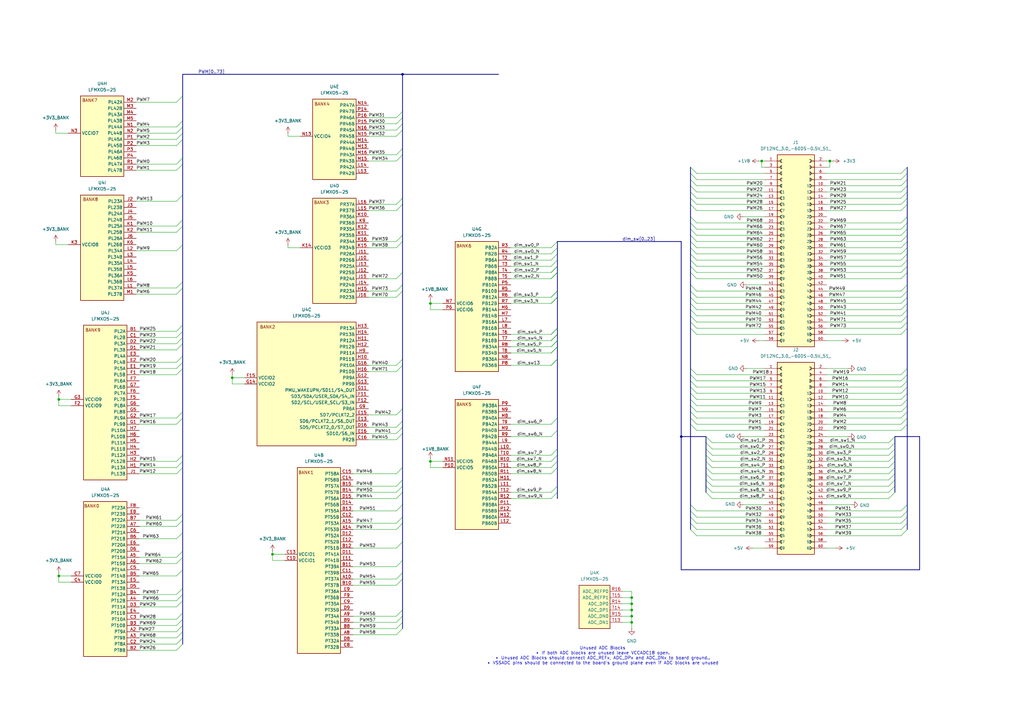
<source format=kicad_sch>
(kicad_sch (version 20231120) (generator "eeschema") (generator_version "8.0")
  (paper "A3")
  (junction (at 259.08 255.27))
  (junction (at 259.08 250.19))
  (junction (at 24.13 236.22))
  (junction (at 340.36 66.04))
  (junction (at 176.53 189.23))
  (junction (at 24.13 163.83))
  (junction (at 259.08 245.11))
  (junction (at 259.08 252.73))
  (junction (at 111.76 227.33))
  (junction (at 259.08 247.65))
  (junction (at 312.42 66.04))
  (junction (at 165.1 30.48))
  (junction (at 279.4 179.07))
  (junction (at 176.53 124.46))
  (junction (at 95.25 154.94))
  (bus_entry (at 228.6 119.38) (size -2.54 2.54))
  (bus_entry (at 74.93 251.46) (size -2.54 2.54))
  (bus_entry (at 228.6 137.16) (size -2.54 2.54))
  (bus_entry (at 228.6 139.7) (size -2.54 2.54))
  (bus_entry (at 165.1 196.85) (size -2.54 2.54))
  (bus_entry (at 369.57 99.06) (size 2.54 -2.54))
  (bus_entry (at 283.21 88.9) (size 2.54 2.54))
  (bus_entry (at 283.21 81.28) (size 2.54 2.54))
  (bus_entry (at 74.93 151.13) (size -2.54 2.54))
  (bus_entry (at 228.6 189.23) (size -2.54 2.54))
  (bus_entry (at 165.1 191.77) (size -2.54 2.54))
  (bus_entry (at 228.6 106.68) (size -2.54 2.54))
  (bus_entry (at 228.6 201.93) (size -2.54 2.54))
  (bus_entry (at 364.49 184.15) (size 2.54 -2.54))
  (bus_entry (at 162.56 255.27) (size 2.54 -2.54))
  (bus_entry (at 165.1 229.87) (size -2.54 2.54))
  (bus_entry (at 364.49 181.61) (size 2.54 -2.54))
  (bus_entry (at 74.93 168.91) (size -2.54 2.54))
  (bus_entry (at 369.57 119.38) (size 2.54 -2.54))
  (bus_entry (at 283.21 116.84) (size 2.54 2.54))
  (bus_entry (at 165.1 177.8) (size -2.54 2.54))
  (bus_entry (at 165.1 119.38) (size -2.54 2.54))
  (bus_entry (at 369.57 127) (size 2.54 -2.54))
  (bus_entry (at 283.21 163.83) (size 2.54 2.54))
  (bus_entry (at 369.57 129.54) (size 2.54 -2.54))
  (bus_entry (at 72.39 261.62) (size 2.54 -2.54))
  (bus_entry (at 165.1 214.63) (size -2.54 2.54))
  (bus_entry (at 74.93 118.11) (size -2.54 2.54))
  (bus_entry (at 369.57 83.82) (size 2.54 -2.54))
  (bus_entry (at 283.21 158.75) (size 2.54 2.54))
  (bus_entry (at 283.21 207.01) (size 2.54 2.54))
  (bus_entry (at 72.39 220.98) (size 2.54 -2.54))
  (bus_entry (at 74.93 138.43) (size -2.54 2.54))
  (bus_entry (at 165.1 45.72) (size -2.54 2.54))
  (bus_entry (at 74.93 146.05) (size -2.54 2.54))
  (bus_entry (at 165.1 237.49) (size -2.54 2.54))
  (bus_entry (at 74.93 191.77) (size -2.54 2.54))
  (bus_entry (at 364.49 199.39) (size 2.54 -2.54))
  (bus_entry (at 283.21 209.55) (size 2.54 2.54))
  (bus_entry (at 283.21 124.46) (size 2.54 2.54))
  (bus_entry (at 364.49 201.93) (size 2.54 -2.54))
  (bus_entry (at 228.6 137.16) (size -2.54 2.54))
  (bus_entry (at 369.57 214.63) (size 2.54 -2.54))
  (bus_entry (at 72.39 243.84) (size 2.54 -2.54))
  (bus_entry (at 228.6 99.06) (size -2.54 2.54))
  (bus_entry (at 228.6 121.92) (size -2.54 2.54))
  (bus_entry (at 283.21 109.22) (size 2.54 2.54))
  (bus_entry (at 74.93 189.23) (size -2.54 2.54))
  (bus_entry (at 283.21 73.66) (size 2.54 2.54))
  (bus_entry (at 369.57 121.92) (size 2.54 -2.54))
  (bus_entry (at 369.57 153.67) (size 2.54 -2.54))
  (bus_entry (at 72.39 228.6) (size 2.54 -2.54))
  (bus_entry (at 228.6 191.77) (size -2.54 2.54))
  (bus_entry (at 74.93 256.54) (size -2.54 2.54))
  (bus_entry (at 369.57 114.3) (size 2.54 -2.54))
  (bus_entry (at 165.1 83.82) (size -2.54 2.54))
  (bus_entry (at 369.57 73.66) (size 2.54 -2.54))
  (bus_entry (at 228.6 119.38) (size -2.54 2.54))
  (bus_entry (at 283.21 78.74) (size 2.54 2.54))
  (bus_entry (at 283.21 111.76) (size 2.54 2.54))
  (bus_entry (at 165.1 222.25) (size -2.54 2.54))
  (bus_entry (at 72.39 231.14) (size 2.54 -2.54))
  (bus_entry (at 228.6 199.39) (size -2.54 2.54))
  (bus_entry (at 74.93 246.38) (size -2.54 2.54))
  (bus_entry (at 228.6 142.24) (size -2.54 2.54))
  (bus_entry (at 165.1 175.26) (size -2.54 2.54))
  (bus_entry (at 283.21 161.29) (size 2.54 2.54))
  (bus_entry (at 74.93 52.07) (size -2.54 2.54))
  (bus_entry (at 228.6 186.69) (size -2.54 2.54))
  (bus_entry (at 162.56 252.73) (size 2.54 -2.54))
  (bus_entry (at 165.1 212.09) (size -2.54 2.54))
  (bus_entry (at 283.21 173.99) (size 2.54 2.54))
  (bus_entry (at 289.56 196.85) (size 2.54 2.54))
  (bus_entry (at 369.57 81.28) (size 2.54 -2.54))
  (bus_entry (at 289.56 199.39) (size 2.54 2.54))
  (bus_entry (at 74.93 140.97) (size -2.54 2.54))
  (bus_entry (at 162.56 257.81) (size 2.54 -2.54))
  (bus_entry (at 283.21 71.12) (size 2.54 2.54))
  (bus_entry (at 369.57 156.21) (size 2.54 -2.54))
  (bus_entry (at 228.6 147.32) (size -2.54 2.54))
  (bus_entry (at 289.56 179.07) (size 2.54 2.54))
  (bus_entry (at 74.93 261.62) (size -2.54 2.54))
  (bus_entry (at 165.1 53.34) (size -2.54 2.54))
  (bus_entry (at 289.56 194.31) (size 2.54 2.54))
  (bus_entry (at 364.49 186.69) (size 2.54 -2.54))
  (bus_entry (at 369.57 161.29) (size 2.54 -2.54))
  (bus_entry (at 74.93 115.57) (size -2.54 2.54))
  (bus_entry (at 283.21 68.58) (size 2.54 2.54))
  (bus_entry (at 369.57 217.17) (size 2.54 -2.54))
  (bus_entry (at 74.93 92.71) (size -2.54 2.54))
  (bus_entry (at 369.57 166.37) (size 2.54 -2.54))
  (bus_entry (at 165.1 116.84) (size -2.54 2.54))
  (bus_entry (at 369.57 212.09) (size 2.54 -2.54))
  (bus_entry (at 228.6 142.24) (size -2.54 2.54))
  (bus_entry (at 228.6 104.14) (size -2.54 2.54))
  (bus_entry (at 283.21 106.68) (size 2.54 2.54))
  (bus_entry (at 162.56 101.6) (size 2.54 -2.54))
  (bus_entry (at 289.56 181.61) (size 2.54 2.54))
  (bus_entry (at 228.6 111.76) (size -2.54 2.54))
  (bus_entry (at 283.21 104.14) (size 2.54 2.54))
  (bus_entry (at 74.93 80.01) (size -2.54 2.54))
  (bus_entry (at 165.1 147.32) (size -2.54 2.54))
  (bus_entry (at 283.21 153.67) (size 2.54 2.54))
  (bus_entry (at 165.1 199.39) (size -2.54 2.54))
  (bus_entry (at 369.57 209.55) (size 2.54 -2.54))
  (bus_entry (at 289.56 184.15) (size 2.54 2.54))
  (bus_entry (at 283.21 156.21) (size 2.54 2.54))
  (bus_entry (at 283.21 129.54) (size 2.54 2.54))
  (bus_entry (at 369.57 106.68) (size 2.54 -2.54))
  (bus_entry (at 289.56 201.93) (size 2.54 2.54))
  (bus_entry (at 165.1 96.52) (size -2.54 2.54))
  (bus_entry (at 283.21 121.92) (size 2.54 2.54))
  (bus_entry (at 228.6 111.76) (size -2.54 2.54))
  (bus_entry (at 369.57 96.52) (size 2.54 -2.54))
  (bus_entry (at 162.56 260.35) (size 2.54 -2.54))
  (bus_entry (at 283.21 83.82) (size 2.54 2.54))
  (bus_entry (at 74.93 90.17) (size -2.54 2.54))
  (bus_entry (at 364.49 194.31) (size 2.54 -2.54))
  (bus_entry (at 369.57 219.71) (size 2.54 -2.54))
  (bus_entry (at 369.57 134.62) (size 2.54 -2.54))
  (bus_entry (at 165.1 201.93) (size -2.54 2.54))
  (bus_entry (at 364.49 191.77) (size 2.54 -2.54))
  (bus_entry (at 228.6 176.53) (size -2.54 2.54))
  (bus_entry (at 228.6 134.62) (size -2.54 2.54))
  (bus_entry (at 369.57 104.14) (size 2.54 -2.54))
  (bus_entry (at 369.57 93.98) (size 2.54 -2.54))
  (bus_entry (at 369.57 168.91) (size 2.54 -2.54))
  (bus_entry (at 369.57 109.22) (size 2.54 -2.54))
  (bus_entry (at 74.93 57.15) (size -2.54 2.54))
  (bus_entry (at 283.21 217.17) (size 2.54 2.54))
  (bus_entry (at 369.57 76.2) (size 2.54 -2.54))
  (bus_entry (at 283.21 212.09) (size 2.54 2.54))
  (bus_entry (at 369.57 124.46) (size 2.54 -2.54))
  (bus_entry (at 369.57 101.6) (size 2.54 -2.54))
  (bus_entry (at 74.93 54.61) (size -2.54 2.54))
  (bus_entry (at 283.21 93.98) (size 2.54 2.54))
  (bus_entry (at 364.49 204.47) (size 2.54 -2.54))
  (bus_entry (at 74.93 264.16) (size -2.54 2.54))
  (bus_entry (at 72.39 213.36) (size 2.54 -2.54))
  (bus_entry (at 369.57 163.83) (size 2.54 -2.54))
  (bus_entry (at 165.1 149.86) (size -2.54 2.54))
  (bus_entry (at 364.49 196.85) (size 2.54 -2.54))
  (bus_entry (at 228.6 139.7) (size -2.54 2.54))
  (bus_entry (at 228.6 109.22) (size -2.54 2.54))
  (bus_entry (at 283.21 151.13) (size 2.54 2.54))
  (bus_entry (at 165.1 60.96) (size -2.54 2.54))
  (bus_entry (at 165.1 234.95) (size -2.54 2.54))
  (bus_entry (at 74.93 67.31) (size -2.54 2.54))
  (bus_entry (at 228.6 109.22) (size -2.54 2.54))
  (bus_entry (at 165.1 172.72) (size -2.54 2.54))
  (bus_entry (at 72.39 256.54) (size 2.54 -2.54))
  (bus_entry (at 283.21 171.45) (size 2.54 2.54))
  (bus_entry (at 283.21 127) (size 2.54 2.54))
  (bus_entry (at 369.57 71.12) (size 2.54 -2.54))
  (bus_entry (at 283.21 132.08) (size 2.54 2.54))
  (bus_entry (at 228.6 147.32) (size -2.54 2.54))
  (bus_entry (at 369.57 176.53) (size 2.54 -2.54))
  (bus_entry (at 74.93 133.35) (size -2.54 2.54))
  (bus_entry (at 369.57 171.45) (size 2.54 -2.54))
  (bus_entry (at 72.39 52.07) (size 2.54 -2.54))
  (bus_entry (at 165.1 50.8) (size -2.54 2.54))
  (bus_entry (at 74.93 100.33) (size -2.54 2.54))
  (bus_entry (at 74.93 148.59) (size -2.54 2.54))
  (bus_entry (at 228.6 121.92) (size -2.54 2.54))
  (bus_entry (at 74.93 135.89) (size -2.54 2.54))
  (bus_entry (at 364.49 189.23) (size 2.54 -2.54))
  (bus_entry (at 369.57 173.99) (size 2.54 -2.54))
  (bus_entry (at 289.56 191.77) (size 2.54 2.54))
  (bus_entry (at 283.21 119.38) (size 2.54 2.54))
  (bus_entry (at 165.1 81.28) (size -2.54 2.54))
  (bus_entry (at 283.21 214.63) (size 2.54 2.54))
  (bus_entry (at 289.56 189.23) (size 2.54 2.54))
  (bus_entry (at 74.93 39.37) (size -2.54 2.54))
  (bus_entry (at 283.21 96.52) (size 2.54 2.54))
  (bus_entry (at 72.39 236.22) (size 2.54 -2.54))
  (bus_entry (at 165.1 48.26) (size -2.54 2.54))
  (bus_entry (at 369.57 111.76) (size 2.54 -2.54))
  (bus_entry (at 283.21 76.2) (size 2.54 2.54))
  (bus_entry (at 165.1 111.76) (size -2.54 2.54))
  (bus_entry (at 165.1 63.5) (size -2.54 2.54))
  (bus_entry (at 369.57 132.08) (size 2.54 -2.54))
  (bus_entry (at 289.56 186.69) (size 2.54 2.54))
  (bus_entry (at 228.6 101.6) (size -2.54 2.54))
  (bus_entry (at 283.21 134.62) (size 2.54 2.54))
  (bus_entry (at 283.21 91.44) (size 2.54 2.54))
  (bus_entry (at 283.21 101.6) (size 2.54 2.54))
  (bus_entry (at 228.6 171.45) (size -2.54 2.54))
  (bus_entry (at 165.1 207.01) (size -2.54 2.54))
  (bus_entry (at 283.21 166.37) (size 2.54 2.54))
  (bus_entry (at 162.56 170.18) (size 2.54 -2.54))
  (bus_entry (at 74.93 171.45) (size -2.54 2.54))
  (bus_entry (at 369.57 78.74) (size 2.54 -2.54))
  (bus_entry (at 74.93 186.69) (size -2.54 2.54))
  (bus_entry (at 283.21 99.06) (size 2.54 2.54))
  (bus_entry (at 72.39 215.9) (size 2.54 -2.54))
  (bus_entry (at 369.57 86.36) (size 2.54 -2.54))
  (bus_entry (at 369.57 137.16) (size 2.54 -2.54))
  (bus_entry (at 74.93 64.77) (size -2.54 2.54))
  (bus_entry (at 283.21 168.91) (size 2.54 2.54))
  (bus_entry (at 369.57 91.44) (size 2.54 -2.54))
  (bus_entry (at 228.6 184.15) (size -2.54 2.54))
  (bus_entry (at 72.39 246.38) (size 2.54 -2.54))
  (bus_entry (at 369.57 158.75) (size 2.54 -2.54))
  (bus_entry (at 228.6 134.62) (size -2.54 2.54))
  (bus (pts (xy 165.1 53.34) (xy 165.1 60.96)))
  (bus (pts (xy 372.11 68.58) (xy 372.11 71.12)))
  (bus (pts (xy 228.6 189.23) (xy 228.6 191.77)))
  (wire (pts (xy 144.78 252.73) (xy 162.56 252.73)))
  (wire (pts (xy 24.13 166.37) (xy 24.13 163.83)))
  (wire (pts (xy 55.88 67.31) (xy 72.39 67.31)))
  (wire (pts (xy 292.1 201.93) (xy 313.69 201.93)))
  (wire (pts (xy 259.08 252.73) (xy 259.08 255.27)))
  (wire (pts (xy 339.09 68.58) (xy 340.36 68.58)))
  (bus (pts (xy 165.1 147.32) (xy 165.1 149.86)))
  (wire (pts (xy 162.56 224.79) (xy 144.78 224.79)))
  (wire (pts (xy 339.09 194.31) (xy 364.49 194.31)))
  (bus (pts (xy 372.11 214.63) (xy 372.11 217.17)))
  (wire (pts (xy 162.56 99.06) (xy 151.13 99.06)))
  (bus (pts (xy 289.56 191.77) (xy 289.56 194.31)))
  (wire (pts (xy 95.25 157.48) (xy 95.25 154.94)))
  (bus (pts (xy 283.21 96.52) (xy 283.21 99.06)))
  (bus (pts (xy 367.03 196.85) (xy 367.03 199.39)))
  (wire (pts (xy 285.75 73.66) (xy 313.69 73.66)))
  (bus (pts (xy 74.93 52.07) (xy 74.93 54.61)))
  (bus (pts (xy 74.93 168.91) (xy 74.93 171.45)))
  (wire (pts (xy 339.09 101.6) (xy 369.57 101.6)))
  (wire (pts (xy 72.39 120.65) (xy 55.88 120.65)))
  (wire (pts (xy 285.75 96.52) (xy 313.69 96.52)))
  (wire (pts (xy 209.55 204.47) (xy 226.06 204.47)))
  (wire (pts (xy 111.76 229.87) (xy 111.76 227.33)))
  (wire (pts (xy 22.86 54.61) (xy 27.94 54.61)))
  (wire (pts (xy 339.09 224.79) (xy 342.9 224.79)))
  (wire (pts (xy 292.1 194.31) (xy 313.69 194.31)))
  (wire (pts (xy 285.75 161.29) (xy 313.69 161.29)))
  (bus (pts (xy 228.6 121.92) (xy 228.6 134.62)))
  (bus (pts (xy 74.93 140.97) (xy 74.93 146.05)))
  (wire (pts (xy 313.69 68.58) (xy 312.42 68.58)))
  (wire (pts (xy 292.1 204.47) (xy 313.69 204.47)))
  (wire (pts (xy 72.39 118.11) (xy 55.88 118.11)))
  (wire (pts (xy 292.1 184.15) (xy 313.69 184.15)))
  (wire (pts (xy 339.09 173.99) (xy 369.57 173.99)))
  (bus (pts (xy 283.21 153.67) (xy 283.21 156.21)))
  (wire (pts (xy 285.75 76.2) (xy 313.69 76.2)))
  (bus (pts (xy 74.93 115.57) (xy 74.93 118.11)))
  (wire (pts (xy 285.75 93.98) (xy 313.69 93.98)))
  (bus (pts (xy 228.6 147.32) (xy 228.6 171.45)))
  (wire (pts (xy 72.39 266.7) (xy 57.15 266.7)))
  (bus (pts (xy 74.93 186.69) (xy 74.93 189.23)))
  (bus (pts (xy 283.21 156.21) (xy 283.21 158.75)))
  (wire (pts (xy 339.09 91.44) (xy 369.57 91.44)))
  (bus (pts (xy 74.93 30.48) (xy 165.1 30.48)))
  (bus (pts (xy 74.93 171.45) (xy 74.93 186.69)))
  (bus (pts (xy 165.1 237.49) (xy 165.1 250.19)))
  (wire (pts (xy 285.75 111.76) (xy 313.69 111.76)))
  (wire (pts (xy 162.56 149.86) (xy 151.13 149.86)))
  (bus (pts (xy 165.1 45.72) (xy 165.1 48.26)))
  (wire (pts (xy 162.56 152.4) (xy 151.13 152.4)))
  (wire (pts (xy 57.15 246.38) (xy 72.39 246.38)))
  (bus (pts (xy 372.11 173.99) (xy 372.11 207.01)))
  (wire (pts (xy 144.78 204.47) (xy 162.56 204.47)))
  (wire (pts (xy 162.56 177.8) (xy 151.13 177.8)))
  (bus (pts (xy 289.56 179.07) (xy 289.56 181.61)))
  (wire (pts (xy 339.09 186.69) (xy 364.49 186.69)))
  (wire (pts (xy 339.09 83.82) (xy 369.57 83.82)))
  (wire (pts (xy 162.56 55.88) (xy 151.13 55.88)))
  (wire (pts (xy 285.75 156.21) (xy 313.69 156.21)))
  (wire (pts (xy 285.75 106.68) (xy 313.69 106.68)))
  (wire (pts (xy 339.09 156.21) (xy 369.57 156.21)))
  (bus (pts (xy 74.93 246.38) (xy 74.93 251.46)))
  (bus (pts (xy 74.93 135.89) (xy 74.93 138.43)))
  (wire (pts (xy 209.55 106.68) (xy 226.06 106.68)))
  (wire (pts (xy 339.09 217.17) (xy 369.57 217.17)))
  (bus (pts (xy 283.21 212.09) (xy 283.21 214.63)))
  (wire (pts (xy 304.8 179.07) (xy 313.69 179.07)))
  (wire (pts (xy 72.39 41.91) (xy 55.88 41.91)))
  (wire (pts (xy 285.75 163.83) (xy 313.69 163.83)))
  (bus (pts (xy 228.6 186.69) (xy 228.6 189.23)))
  (wire (pts (xy 285.75 101.6) (xy 313.69 101.6)))
  (bus (pts (xy 165.1 175.26) (xy 165.1 177.8)))
  (wire (pts (xy 209.55 121.92) (xy 226.06 121.92)))
  (wire (pts (xy 285.75 176.53) (xy 313.69 176.53)))
  (wire (pts (xy 339.09 93.98) (xy 369.57 93.98)))
  (wire (pts (xy 72.39 52.07) (xy 55.88 52.07)))
  (wire (pts (xy 339.09 66.04) (xy 340.36 66.04)))
  (wire (pts (xy 209.55 124.46) (xy 226.06 124.46)))
  (wire (pts (xy 255.27 255.27) (xy 259.08 255.27)))
  (wire (pts (xy 209.55 201.93) (xy 226.06 201.93)))
  (wire (pts (xy 285.75 168.91) (xy 313.69 168.91)))
  (wire (pts (xy 144.78 257.81) (xy 162.56 257.81)))
  (bus (pts (xy 165.1 250.19) (xy 165.1 252.73)))
  (wire (pts (xy 118.11 55.88) (xy 123.19 55.88)))
  (bus (pts (xy 279.4 233.68) (xy 279.4 179.07)))
  (wire (pts (xy 292.1 196.85) (xy 313.69 196.85)))
  (bus (pts (xy 372.11 163.83) (xy 372.11 166.37)))
  (wire (pts (xy 339.09 191.77) (xy 364.49 191.77)))
  (bus (pts (xy 283.21 71.12) (xy 283.21 73.66)))
  (wire (pts (xy 339.09 201.93) (xy 364.49 201.93)))
  (bus (pts (xy 74.93 151.13) (xy 74.93 168.91)))
  (wire (pts (xy 72.39 82.55) (xy 55.88 82.55)))
  (bus (pts (xy 74.93 218.44) (xy 74.93 226.06)))
  (wire (pts (xy 22.86 99.06) (xy 22.86 100.33)))
  (bus (pts (xy 74.93 67.31) (xy 74.93 80.01)))
  (wire (pts (xy 285.75 119.38) (xy 313.69 119.38)))
  (wire (pts (xy 304.8 88.9) (xy 313.69 88.9)))
  (wire (pts (xy 162.56 240.03) (xy 144.78 240.03)))
  (bus (pts (xy 165.1 60.96) (xy 165.1 63.5)))
  (wire (pts (xy 72.39 138.43) (xy 57.15 138.43)))
  (bus (pts (xy 165.1 214.63) (xy 165.1 222.25)))
  (wire (pts (xy 111.76 226.06) (xy 111.76 227.33)))
  (wire (pts (xy 285.75 137.16) (xy 313.69 137.16)))
  (wire (pts (xy 339.09 129.54) (xy 369.57 129.54)))
  (bus (pts (xy 74.93 57.15) (xy 74.93 64.77)))
  (wire (pts (xy 339.09 71.12) (xy 369.57 71.12)))
  (bus (pts (xy 165.1 252.73) (xy 165.1 255.27)))
  (bus (pts (xy 74.93 80.01) (xy 74.93 90.17)))
  (wire (pts (xy 72.39 259.08) (xy 57.15 259.08)))
  (wire (pts (xy 151.13 180.34) (xy 162.56 180.34)))
  (wire (pts (xy 209.55 139.7) (xy 226.06 139.7)))
  (wire (pts (xy 285.75 217.17) (xy 313.69 217.17)))
  (wire (pts (xy 57.15 171.45) (xy 72.39 171.45)))
  (bus (pts (xy 165.1 207.01) (xy 165.1 212.09)))
  (wire (pts (xy 162.56 63.5) (xy 151.13 63.5)))
  (bus (pts (xy 228.6 101.6) (xy 228.6 104.14)))
  (wire (pts (xy 285.75 114.3) (xy 313.69 114.3)))
  (bus (pts (xy 165.1 196.85) (xy 165.1 199.39)))
  (wire (pts (xy 209.55 186.69) (xy 226.06 186.69)))
  (bus (pts (xy 74.93 191.77) (xy 74.93 210.82)))
  (bus (pts (xy 74.93 54.61) (xy 74.93 57.15)))
  (bus (pts (xy 165.1 48.26) (xy 165.1 50.8)))
  (wire (pts (xy 339.09 163.83) (xy 369.57 163.83)))
  (wire (pts (xy 339.09 73.66) (xy 369.57 73.66)))
  (wire (pts (xy 162.56 237.49) (xy 144.78 237.49)))
  (bus (pts (xy 372.11 151.13) (xy 372.11 153.67)))
  (bus (pts (xy 289.56 196.85) (xy 289.56 199.39)))
  (bus (pts (xy 165.1 111.76) (xy 165.1 116.84)))
  (wire (pts (xy 339.09 166.37) (xy 369.57 166.37)))
  (bus (pts (xy 279.4 179.07) (xy 279.4 99.06)))
  (bus (pts (xy 165.1 172.72) (xy 165.1 175.26)))
  (wire (pts (xy 339.09 204.47) (xy 364.49 204.47)))
  (wire (pts (xy 312.42 68.58) (xy 312.42 66.04)))
  (wire (pts (xy 209.55 109.22) (xy 226.06 109.22)))
  (bus (pts (xy 372.11 109.22) (xy 372.11 111.76)))
  (bus (pts (xy 165.1 50.8) (xy 165.1 53.34)))
  (wire (pts (xy 339.09 168.91) (xy 369.57 168.91)))
  (bus (pts (xy 283.21 73.66) (xy 283.21 76.2)))
  (bus (pts (xy 165.1 149.86) (xy 165.1 167.64)))
  (wire (pts (xy 339.09 184.15) (xy 364.49 184.15)))
  (wire (pts (xy 312.42 66.04) (xy 313.69 66.04)))
  (wire (pts (xy 24.13 163.83) (xy 29.21 163.83)))
  (bus (pts (xy 165.1 30.48) (xy 204.47 30.48)))
  (bus (pts (xy 372.11 88.9) (xy 372.11 91.44)))
  (wire (pts (xy 339.09 214.63) (xy 369.57 214.63)))
  (bus (pts (xy 283.21 124.46) (xy 283.21 127)))
  (wire (pts (xy 72.39 59.69) (xy 55.88 59.69)))
  (bus (pts (xy 228.6 176.53) (xy 228.6 184.15)))
  (wire (pts (xy 72.39 151.13) (xy 57.15 151.13)))
  (wire (pts (xy 116.84 229.87) (xy 111.76 229.87)))
  (wire (pts (xy 339.09 181.61) (xy 364.49 181.61)))
  (wire (pts (xy 72.39 102.87) (xy 55.88 102.87)))
  (bus (pts (xy 74.93 118.11) (xy 74.93 133.35)))
  (bus (pts (xy 228.6 199.39) (xy 228.6 201.93)))
  (bus (pts (xy 228.6 171.45) (xy 228.6 176.53)))
  (wire (pts (xy 259.08 255.27) (xy 259.08 257.81)))
  (bus (pts (xy 283.21 209.55) (xy 283.21 212.09)))
  (wire (pts (xy 209.55 149.86) (xy 226.06 149.86)))
  (bus (pts (xy 74.93 92.71) (xy 74.93 100.33)))
  (wire (pts (xy 24.13 234.95) (xy 24.13 236.22)))
  (bus (pts (xy 74.93 213.36) (xy 74.93 218.44)))
  (wire (pts (xy 162.56 175.26) (xy 151.13 175.26)))
  (bus (pts (xy 74.93 251.46) (xy 74.93 254)))
  (bus (pts (xy 283.21 81.28) (xy 283.21 83.82)))
  (wire (pts (xy 339.09 196.85) (xy 364.49 196.85)))
  (wire (pts (xy 24.13 162.56) (xy 24.13 163.83)))
  (wire (pts (xy 57.15 256.54) (xy 72.39 256.54)))
  (bus (pts (xy 283.21 207.01) (xy 283.21 209.55)))
  (bus (pts (xy 165.1 177.8) (xy 165.1 191.77)))
  (wire (pts (xy 339.09 109.22) (xy 369.57 109.22)))
  (wire (pts (xy 57.15 236.22) (xy 72.39 236.22)))
  (bus (pts (xy 283.21 166.37) (xy 283.21 168.91)))
  (wire (pts (xy 292.1 189.23) (xy 313.69 189.23)))
  (bus (pts (xy 372.11 119.38) (xy 372.11 121.92)))
  (wire (pts (xy 118.11 101.6) (xy 123.19 101.6)))
  (wire (pts (xy 339.09 189.23) (xy 364.49 189.23)))
  (bus (pts (xy 283.21 173.99) (xy 283.21 207.01)))
  (wire (pts (xy 162.56 86.36) (xy 151.13 86.36)))
  (bus (pts (xy 283.21 119.38) (xy 283.21 121.92)))
  (wire (pts (xy 57.15 220.98) (xy 72.39 220.98)))
  (wire (pts (xy 340.36 68.58) (xy 340.36 66.04)))
  (bus (pts (xy 228.6 106.68) (xy 228.6 109.22)))
  (wire (pts (xy 259.08 250.19) (xy 255.27 250.19)))
  (wire (pts (xy 292.1 181.61) (xy 313.69 181.61)))
  (wire (pts (xy 176.53 124.46) (xy 181.61 124.46)))
  (wire (pts (xy 57.15 228.6) (xy 72.39 228.6)))
  (bus (pts (xy 367.03 199.39) (xy 367.03 201.93)))
  (wire (pts (xy 339.09 121.92) (xy 369.57 121.92)))
  (bus (pts (xy 74.93 30.48) (xy 74.93 39.37)))
  (wire (pts (xy 339.09 199.39) (xy 364.49 199.39)))
  (wire (pts (xy 162.56 199.39) (xy 144.78 199.39)))
  (bus (pts (xy 165.1 212.09) (xy 165.1 214.63)))
  (wire (pts (xy 72.39 57.15) (xy 55.88 57.15)))
  (bus (pts (xy 372.11 171.45) (xy 372.11 173.99)))
  (bus (pts (xy 283.21 129.54) (xy 283.21 132.08)))
  (bus (pts (xy 74.93 243.84) (xy 74.93 246.38)))
  (wire (pts (xy 292.1 191.77) (xy 313.69 191.77)))
  (wire (pts (xy 339.09 179.07) (xy 347.98 179.07)))
  (wire (pts (xy 339.09 153.67) (xy 369.57 153.67)))
  (bus (pts (xy 165.1 96.52) (xy 165.1 99.06)))
  (wire (pts (xy 144.78 255.27) (xy 162.56 255.27)))
  (wire (pts (xy 72.39 254) (xy 57.15 254)))
  (wire (pts (xy 162.56 119.38) (xy 151.13 119.38)))
  (bus (pts (xy 289.56 189.23) (xy 289.56 191.77)))
  (bus (pts (xy 74.93 226.06) (xy 74.93 228.6)))
  (wire (pts (xy 72.39 189.23) (xy 57.15 189.23)))
  (bus (pts (xy 74.93 210.82) (xy 74.93 213.36)))
  (wire (pts (xy 259.08 245.11) (xy 259.08 247.65)))
  (wire (pts (xy 285.75 214.63) (xy 313.69 214.63)))
  (bus (pts (xy 372.11 127) (xy 372.11 129.54)))
  (wire (pts (xy 339.09 219.71) (xy 369.57 219.71)))
  (wire (pts (xy 144.78 214.63) (xy 162.56 214.63)))
  (wire (pts (xy 285.75 121.92) (xy 313.69 121.92)))
  (wire (pts (xy 339.09 151.13) (xy 347.98 151.13)))
  (wire (pts (xy 72.39 191.77) (xy 57.15 191.77)))
  (wire (pts (xy 285.75 171.45) (xy 313.69 171.45)))
  (wire (pts (xy 72.39 95.25) (xy 55.88 95.25)))
  (bus (pts (xy 289.56 199.39) (xy 289.56 201.93)))
  (wire (pts (xy 100.33 157.48) (xy 95.25 157.48)))
  (wire (pts (xy 162.56 201.93) (xy 144.78 201.93)))
  (bus (pts (xy 228.6 99.06) (xy 279.4 99.06)))
  (bus (pts (xy 228.6 111.76) (xy 228.6 119.38)))
  (bus (pts (xy 372.11 73.66) (xy 372.11 76.2)))
  (bus (pts (xy 372.11 212.09) (xy 372.11 214.63)))
  (wire (pts (xy 339.09 207.01) (xy 349.25 207.01)))
  (wire (pts (xy 57.15 215.9) (xy 72.39 215.9)))
  (wire (pts (xy 209.55 189.23) (xy 226.06 189.23)))
  (wire (pts (xy 162.56 83.82) (xy 151.13 83.82)))
  (bus (pts (xy 372.11 166.37) (xy 372.11 168.91)))
  (bus (pts (xy 372.11 71.12) (xy 372.11 73.66)))
  (wire (pts (xy 209.55 101.6) (xy 226.06 101.6)))
  (bus (pts (xy 372.11 158.75) (xy 372.11 161.29)))
  (wire (pts (xy 176.53 187.96) (xy 176.53 189.23)))
  (bus (pts (xy 372.11 156.21) (xy 372.11 158.75)))
  (wire (pts (xy 292.1 199.39) (xy 313.69 199.39)))
  (wire (pts (xy 285.75 158.75) (xy 313.69 158.75)))
  (wire (pts (xy 285.75 212.09) (xy 313.69 212.09)))
  (wire (pts (xy 285.75 99.06) (xy 313.69 99.06)))
  (wire (pts (xy 181.61 127) (xy 176.53 127)))
  (bus (pts (xy 283.21 158.75) (xy 283.21 161.29)))
  (bus (pts (xy 74.93 64.77) (xy 74.93 67.31)))
  (wire (pts (xy 339.09 212.09) (xy 369.57 212.09)))
  (bus (pts (xy 74.93 39.37) (xy 74.93 49.53)))
  (bus (pts (xy 283.21 104.14) (xy 283.21 106.68)))
  (bus (pts (xy 372.11 124.46) (xy 372.11 127)))
  (bus (pts (xy 283.21 68.58) (xy 283.21 71.12)))
  (wire (pts (xy 162.56 121.92) (xy 151.13 121.92)))
  (bus (pts (xy 228.6 184.15) (xy 228.6 186.69)))
  (wire (pts (xy 209.55 191.77) (xy 226.06 191.77)))
  (bus (pts (xy 367.03 179.07) (xy 377.19 179.07)))
  (wire (pts (xy 72.39 92.71) (xy 55.88 92.71)))
  (wire (pts (xy 209.55 111.76) (xy 226.06 111.76)))
  (bus (pts (xy 74.93 133.35) (xy 74.93 135.89)))
  (wire (pts (xy 176.53 127) (xy 176.53 124.46)))
  (wire (pts (xy 29.21 166.37) (xy 24.13 166.37)))
  (wire (pts (xy 311.15 66.04) (xy 312.42 66.04)))
  (wire (pts (xy 255.27 242.57) (xy 259.08 242.57)))
  (wire (pts (xy 339.09 124.46) (xy 369.57 124.46)))
  (bus (pts (xy 367.03 179.07) (xy 367.03 181.61)))
  (bus (pts (xy 283.21 214.63) (xy 283.21 217.17)))
  (wire (pts (xy 209.55 173.99) (xy 226.06 173.99)))
  (wire (pts (xy 285.75 71.12) (xy 313.69 71.12)))
  (bus (pts (xy 74.93 261.62) (xy 74.93 264.16)))
  (wire (pts (xy 162.56 217.17) (xy 144.78 217.17)))
  (bus (pts (xy 283.21 91.44) (xy 283.21 93.98)))
  (bus (pts (xy 283.21 76.2) (xy 283.21 78.74)))
  (bus (pts (xy 377.19 179.07) (xy 377.19 233.68)))
  (bus (pts (xy 165.1 63.5) (xy 165.1 81.28)))
  (wire (pts (xy 151.13 170.18) (xy 162.56 170.18)))
  (bus (pts (xy 165.1 119.38) (xy 165.1 147.32)))
  (wire (pts (xy 72.39 148.59) (xy 57.15 148.59)))
  (bus (pts (xy 372.11 161.29) (xy 372.11 163.83)))
  (bus (pts (xy 228.6 104.14) (xy 228.6 106.68)))
  (wire (pts (xy 339.09 78.74) (xy 369.57 78.74)))
  (wire (pts (xy 209.55 194.31) (xy 226.06 194.31)))
  (bus (pts (xy 372.11 209.55) (xy 372.11 212.09)))
  (wire (pts (xy 339.09 171.45) (xy 369.57 171.45)))
  (bus (pts (xy 372.11 153.67) (xy 372.11 156.21)))
  (wire (pts (xy 339.09 137.16) (xy 369.57 137.16)))
  (bus (pts (xy 74.93 228.6) (xy 74.93 233.68)))
  (bus (pts (xy 283.21 93.98) (xy 283.21 96.52)))
  (bus (pts (xy 283.21 101.6) (xy 283.21 104.14)))
  (wire (pts (xy 339.09 76.2) (xy 369.57 76.2)))
  (bus (pts (xy 165.1 167.64) (xy 165.1 172.72)))
  (bus (pts (xy 289.56 186.69) (xy 289.56 189.23)))
  (wire (pts (xy 162.56 53.34) (xy 151.13 53.34)))
  (wire (pts (xy 144.78 260.35) (xy 162.56 260.35)))
  (bus (pts (xy 372.11 83.82) (xy 372.11 88.9)))
  (bus (pts (xy 228.6 119.38) (xy 228.6 121.92)))
  (bus (pts (xy 283.21 132.08) (xy 283.21 134.62)))
  (wire (pts (xy 118.11 54.61) (xy 118.11 55.88)))
  (bus (pts (xy 74.93 259.08) (xy 74.93 261.62)))
  (wire (pts (xy 162.56 232.41) (xy 144.78 232.41)))
  (bus (pts (xy 289.56 179.07) (xy 279.4 179.07)))
  (wire (pts (xy 285.75 91.44) (xy 313.69 91.44)))
  (wire (pts (xy 72.39 143.51) (xy 57.15 143.51)))
  (bus (pts (xy 372.11 129.54) (xy 372.11 132.08)))
  (bus (pts (xy 372.11 76.2) (xy 372.11 78.74)))
  (wire (pts (xy 72.39 248.92) (xy 57.15 248.92)))
  (wire (pts (xy 57.15 135.89) (xy 72.39 135.89)))
  (wire (pts (xy 57.15 243.84) (xy 72.39 243.84)))
  (wire (pts (xy 339.09 158.75) (xy 369.57 158.75)))
  (bus (pts (xy 165.1 201.93) (xy 165.1 207.01)))
  (bus (pts (xy 165.1 234.95) (xy 165.1 237.49)))
  (bus (pts (xy 74.93 256.54) (xy 74.93 259.08)))
  (wire (pts (xy 118.11 100.33) (xy 118.11 101.6)))
  (wire (pts (xy 57.15 261.62) (xy 72.39 261.62)))
  (wire (pts (xy 151.13 101.6) (xy 162.56 101.6)))
  (bus (pts (xy 74.93 148.59) (xy 74.93 151.13)))
  (bus (pts (xy 283.21 88.9) (xy 283.21 91.44)))
  (bus (pts (xy 283.21 168.91) (xy 283.21 171.45)))
  (bus (pts (xy 367.03 184.15) (xy 367.03 186.69)))
  (wire (pts (xy 339.09 111.76) (xy 369.57 111.76)))
  (wire (pts (xy 308.61 224.79) (xy 313.69 224.79)))
  (wire (pts (xy 111.76 227.33) (xy 116.84 227.33)))
  (wire (pts (xy 340.36 66.04) (xy 341.63 66.04)))
  (wire (pts (xy 259.08 245.11) (xy 255.27 245.11)))
  (bus (pts (xy 228.6 201.93) (xy 228.6 204.47)))
  (bus (pts (xy 289.56 184.15) (xy 289.56 186.69)))
  (wire (pts (xy 209.55 137.16) (xy 226.06 137.16)))
  (bus (pts (xy 283.21 163.83) (xy 283.21 166.37)))
  (wire (pts (xy 339.09 106.68) (xy 369.57 106.68)))
  (bus (pts (xy 372.11 134.62) (xy 372.11 151.13)))
  (bus (pts (xy 165.1 222.25) (xy 165.1 229.87)))
  (bus (pts (xy 283.21 134.62) (xy 283.21 151.13)))
  (wire (pts (xy 72.39 173.99) (xy 57.15 173.99)))
  (wire (pts (xy 144.78 209.55) (xy 162.56 209.55)))
  (bus (pts (xy 283.21 109.22) (xy 283.21 111.76)))
  (wire (pts (xy 259.08 242.57) (xy 259.08 245.11)))
  (bus (pts (xy 367.03 194.31) (xy 367.03 196.85)))
  (wire (pts (xy 285.75 134.62) (xy 313.69 134.62)))
  (wire (pts (xy 57.15 231.14) (xy 72.39 231.14)))
  (bus (pts (xy 372.11 168.91) (xy 372.11 171.45)))
  (wire (pts (xy 95.25 154.94) (xy 100.33 154.94)))
  (wire (pts (xy 339.09 132.08) (xy 369.57 132.08)))
  (wire (pts (xy 176.53 189.23) (xy 181.61 189.23)))
  (wire (pts (xy 209.55 104.14) (xy 226.06 104.14)))
  (wire (pts (xy 162.56 66.04) (xy 151.13 66.04)))
  (bus (pts (xy 165.1 116.84) (xy 165.1 119.38)))
  (wire (pts (xy 285.75 132.08) (xy 313.69 132.08)))
  (bus (pts (xy 74.93 100.33) (xy 74.93 115.57)))
  (bus (pts (xy 74.93 189.23) (xy 74.93 191.77)))
  (bus (pts (xy 283.21 151.13) (xy 283.21 153.67)))
  (bus (pts (xy 372.11 116.84) (xy 372.11 119.38)))
  (wire (pts (xy 72.39 140.97) (xy 57.15 140.97)))
  (wire (pts (xy 292.1 186.69) (xy 313.69 186.69)))
  (bus (pts (xy 372.11 78.74) (xy 372.11 81.28)))
  (bus (pts (xy 283.21 171.45) (xy 283.21 173.99)))
  (bus (pts (xy 372.11 91.44) (xy 372.11 93.98)))
  (bus (pts (xy 283.21 116.84) (xy 283.21 119.38)))
  (wire (pts (xy 285.75 109.22) (xy 313.69 109.22)))
  (wire (pts (xy 162.56 48.26) (xy 151.13 48.26)))
  (wire (pts (xy 95.25 153.67) (xy 95.25 154.94)))
  (bus (pts (xy 228.6 137.16) (xy 228.6 139.7)))
  (wire (pts (xy 24.13 236.22) (xy 29.21 236.22)))
  (wire (pts (xy 285.75 81.28) (xy 313.69 81.28)))
  (bus (pts (xy 165.1 199.39) (xy 165.1 201.93)))
  (bus (pts (xy 367.03 181.61) (xy 367.03 184.15)))
  (wire (pts (xy 259.08 252.73) (xy 255.27 252.73)))
  (bus (pts (xy 74.93 138.43) (xy 74.93 140.97)))
  (bus (pts (xy 74.93 233.68) (xy 74.93 241.3)))
  (bus (pts (xy 228.6 109.22) (xy 228.6 111.76)))
  (wire (pts (xy 24.13 238.76) (xy 24.13 236.22)))
  (bus (pts (xy 283.21 111.76) (xy 283.21 116.84)))
  (bus (pts (xy 228.6 139.7) (xy 228.6 142.24)))
  (wire (pts (xy 285.75 104.14) (xy 313.69 104.14)))
  (wire (pts (xy 339.09 81.28) (xy 369.57 81.28)))
  (wire (pts (xy 339.09 209.55) (xy 369.57 209.55)))
  (wire (pts (xy 339.09 127) (xy 369.57 127)))
  (wire (pts (xy 304.8 207.01) (xy 313.69 207.01)))
  (wire (pts (xy 339.09 161.29) (xy 369.57 161.29)))
  (bus (pts (xy 228.6 142.24) (xy 228.6 147.32)))
  (wire (pts (xy 339.09 99.06) (xy 369.57 99.06)))
  (bus (pts (xy 165.1 81.28) (xy 165.1 83.82)))
  (wire (pts (xy 162.56 50.8) (xy 151.13 50.8)))
  (wire (pts (xy 259.08 250.19) (xy 259.08 252.73)))
  (bus (pts (xy 372.11 81.28) (xy 372.11 83.82)))
  (wire (pts (xy 339.09 119.38) (xy 369.57 119.38)))
  (bus (pts (xy 372.11 101.6) (xy 372.11 104.14)))
  (bus (pts (xy 165.1 83.82) (xy 165.1 96.52)))
  (wire (pts (xy 285.75 124.46) (xy 313.69 124.46)))
  (wire (pts (xy 339.09 139.7) (xy 345.44 139.7)))
  (wire (pts (xy 339.09 134.62) (xy 369.57 134.62)))
  (bus (pts (xy 372.11 111.76) (xy 372.11 116.84)))
  (wire (pts (xy 72.39 153.67) (xy 57.15 153.67)))
  (bus (pts (xy 372.11 121.92) (xy 372.11 124.46)))
  (wire (pts (xy 22.86 100.33) (xy 27.94 100.33)))
  (wire (pts (xy 22.86 53.34) (xy 22.86 54.61)))
  (bus (pts (xy 283.21 83.82) (xy 283.21 88.9)))
  (bus (pts (xy 372.11 93.98) (xy 372.11 96.52)))
  (wire (pts (xy 285.75 129.54) (xy 313.69 129.54)))
  (wire (pts (xy 29.21 238.76) (xy 24.13 238.76)))
  (wire (pts (xy 176.53 123.19) (xy 176.53 124.46)))
  (wire (pts (xy 285.75 209.55) (xy 313.69 209.55)))
  (bus (pts (xy 228.6 134.62) (xy 228.6 137.16)))
  (wire (pts (xy 144.78 194.31) (xy 162.56 194.31)))
  (bus (pts (xy 372.11 96.52) (xy 372.11 99.06)))
  (bus (pts (xy 372.11 104.14) (xy 372.11 106.68)))
  (wire (pts (xy 306.07 116.84) (xy 313.69 116.84)))
  (bus (pts (xy 165.1 30.48) (xy 165.1 45.72)))
  (wire (pts (xy 285.75 83.82) (xy 313.69 83.82)))
  (wire (pts (xy 55.88 69.85) (xy 72.39 69.85)))
  (wire (pts (xy 209.55 142.24) (xy 226.06 142.24)))
  (wire (pts (xy 259.08 247.65) (xy 255.27 247.65)))
  (bus (pts (xy 74.93 146.05) (xy 74.93 148.59)))
  (bus (pts (xy 74.93 49.53) (xy 74.93 52.07)))
  (wire (pts (xy 306.07 151.13) (xy 313.69 151.13)))
  (bus (pts (xy 377.19 233.68) (xy 279.4 233.68)))
  (wire (pts (xy 209.55 179.07) (xy 226.06 179.07)))
  (wire (pts (xy 162.56 114.3) (xy 151.13 114.3)))
  (wire (pts (xy 176.53 191.77) (xy 176.53 189.23)))
  (wire (pts (xy 285.75 153.67) (xy 313.69 153.67)))
  (wire (pts (xy 339.09 114.3) (xy 369.57 114.3)))
  (wire (pts (xy 285.75 86.36) (xy 313.69 86.36)))
  (wire (pts (xy 209.55 144.78) (xy 226.06 144.78)))
  (bus (pts (xy 165.1 99.06) (xy 165.1 111.76)))
  (bus (pts (xy 74.93 241.3) (xy 74.93 243.84)))
  (wire (pts (xy 72.39 54.61) (xy 55.88 54.61)))
  (bus (pts (xy 283.21 78.74) (xy 283.21 81.28)))
  (bus (pts (xy 372.11 132.08) (xy 372.11 134.62)))
  (wire (pts (xy 72.39 194.31) (xy 57.15 194.31)))
  (bus (pts (xy 74.93 90.17) (xy 74.93 92.71)))
  (bus (pts (xy 165.1 255.27) (xy 165.1 257.81)))
  (wire (pts (xy 285.75 127) (xy 313.69 127)))
  (bus (pts (xy 165.1 191.77) (xy 165.1 196.85)))
  (bus (pts (xy 367.03 191.77) (xy 367.03 194.31)))
  (wire (pts (xy 339.09 86.36) (xy 369.57 86.36)))
  (bus (pts (xy 283.21 99.06) (xy 283.21 101.6)))
  (wire (pts (xy 209.55 114.3) (xy 226.06 114.3)))
  (bus (pts (xy 367.03 189.23) (xy 367.03 191.77)))
  (bus (pts (xy 74.93 254) (xy 74.93 256.54)))
  (bus (pts (xy 228.6 99.06) (xy 228.6 101.6)))
  (bus (pts (xy 165.1 229.87) (xy 165.1 234.95)))
  (bus (pts (xy 283.21 106.68) (xy 283.21 109.22)))
  (wire (pts (xy 259.08 247.65) (xy 259.08 250.19)))
  (wire (pts (xy 285.75 173.99) (xy 313.69 173.99)))
  (wire (pts (xy 72.39 264.16) (xy 57.15 264.16)))
  (bus (pts (xy 372.11 99.06) (xy 372.11 101.6)))
  (bus (pts (xy 289.56 181.61) (xy 289.56 184.15)))
  (wire (pts (xy 339.09 104.14) (xy 369.57 104.14)))
  (bus (pts (xy 372.11 106.68) (xy 372.11 109.22)))
  (bus (pts (xy 228.6 191.77) (xy 228.6 199.39)))
  (wire (pts (xy 285.75 166.37) (xy 313.69 166.37)))
  (wire (pts (xy 311.15 139.7) (xy 313.69 139.7)))
  (wire (pts (xy 339.09 176.53) (xy 369.57 176.53)))
  (bus (pts (xy 283.21 121.92) (xy 283.21 124.46)))
  (bus (pts (xy 289.56 194.31) (xy 289.56 196.85)))
  (wire (pts (xy 285.75 78.74) (xy 313.69 78.74)))
  (bus (pts (xy 283.21 161.29) (xy 283.21 163.83)))
  (wire (pts (xy 285.75 219.71) (xy 313.69 219.71)))
  (wire (pts (xy 339.09 96.52) (xy 369.57 96.52)))
  (bus (pts (xy 283.21 127) (xy 283.21 129.54)))
  (bus (pts (xy 372.11 207.01) (xy 372.11 209.55)))
  (wire (pts (xy 57.15 213.36) (xy 72.39 213.36)))
  (bus (pts (xy 367.03 186.69) (xy 367.03 189.23)))
  (wire (pts (xy 181.61 191.77) (xy 176.53 191.77)))
  (text "Unused ADC Blocks\n• If both ADC blocks are unused leave VCCADC18 open.\n• Unused ADC Blocks should connect ADC_REFx, ADC_DPx and ADC_DNx to board ground..\n• VSSADC pins should be connected to the board's ground plane even if ADC blocks are unused" (at 247.142 268.986 0) (effects (font (size 1.27 1.27))))
  (label "PWM59" (at 147.32 257.81 0))
  (label "PWM68" (at 306.07 91.44 0))
  (label "PWM14" (at 347.98 158.75 180))
  (label "dim_sw3_N" (at 220.98 124.46 180))
  (label "PWM46" (at 146.05 194.31 0))
  (label "PWM10" (at 347.98 163.83 180))
  (label "PWM66" (at 306.07 93.98 0))
  (label "PWM63" (at 340.36 99.06 0))
  (label "PWM13" (at 307.34 161.29 0))
  (label "dim_sw9_P" (at 349.25 201.93 180))
  (label "PWM47" (at 146.05 214.63 0))
  (label "dim_sw[0..23]" (at 255.27 99.06 0))
  (label "PWM12" (at 57.15 194.31 0))
  (label "PWM27" (at 340.36 86.36 0))
  (label "dim_sw6_P" (at 212.09 173.99 0))
  (label "dim_sw3_P" (at 349.25 186.69 180))
  (label "PWM30" (at 151.13 50.8 0))
  (label "dim_sw8_N" (at 313.69 201.93 180))
  (label "dim_sw5_N" (at 222.25 144.78 180))
  (label "PWM67" (at 58.42 243.84 0))
  (label "PWM68" (at 57.15 261.62 0))
  (label "PWM0" (at 55.88 67.31 0))
  (label "PWM29" (at 57.15 248.92 0))
  (label "PWM28" (at 306.07 83.82 0))
  (label "PWM66" (at 58.42 246.38 0))
  (label "PWM36" (at 151.13 86.36 0))
  (label "PWM17" (at 307.34 156.21 0))
  (label "PWM21" (at 57.15 143.51 0))
  (label "PWM7" (at 312.42 168.91 180))
  (label "PWM53" (at 340.36 111.76 0))
  (label "dim_sw7_P" (at 349.25 196.85 180))
  (label "PWM21" (at 340.36 76.2 0))
  (label "PWM49" (at 346.71 119.38 180))
  (label "PWM32" (at 312.42 212.09 180))
  (label "PWM22" (at 306.07 78.74 0))
  (label "PWM23" (at 340.36 78.74 0))
  (label "PWM62" (at 306.07 99.06 0))
  (label "PWM45" (at 152.4 180.34 0))
  (label "PWM20" (at 57.15 148.59 0))
  (label "PWM24" (at 57.15 264.16 0))
  (label "PWM57" (at 147.32 255.27 0))
  (label "dim_sw7_N" (at 222.25 189.23 180))
  (label "PWM52" (at 147.32 224.79 0))
  (label "PWM7" (at 55.88 41.91 0))
  (label "PWM53" (at 147.32 232.41 0))
  (label "PWM60" (at 306.07 101.6 0))
  (label "PWM42" (at 312.42 127 180))
  (label "PWM73" (at 340.36 134.62 0))
  (label "PWM42" (at 153.67 170.18 0))
  (label "PWM65" (at 58.42 236.22 0))
  (label "PWM9" (at 312.42 166.37 180))
  (label "dim_sw8_P" (at 222.25 191.77 180))
  (label "PWM73" (at 152.4 119.38 0))
  (label "PWM18" (at 57.15 153.67 0))
  (label "PWM71" (at 152.4 152.4 0))
  (label "PWM48" (at 312.42 119.38 180))
  (label "PWM72" (at 312.42 134.62 180))
  (label "dim_sw8_N" (at 222.25 194.31 180))
  (label "PWM65" (at 340.36 96.52 0))
  (label "PWM19" (at 57.15 151.13 0))
  (label "PWM61" (at 59.69 213.36 0))
  (label "PWM11" (at 55.88 95.25 0))
  (label "dim_sw7_N" (at 349.25 199.39 180))
  (label "PWM64" (at 306.07 96.52 0))
  (label "PWM54" (at 147.32 237.49 0))
  (label "PWM48" (at 146.05 199.39 0))
  (label "dim_sw9_N" (at 349.25 204.47 180))
  (label "PWM40" (at 152.4 149.86 0))
  (label "PWM43" (at 152.4 175.26 0))
  (label "PWM35" (at 349.25 214.63 180))
  (label "PWM67" (at 340.36 93.98 0))
  (label "PWM13" (at 55.88 82.55 0))
  (label "PWM63" (at 58.42 220.98 0))
  (label "PWM41" (at 340.36 129.54 0))
  (label "dim_sw5_N" (at 339.09 191.77 0))
  (label "PWM64" (at 66.04 228.6 180))
  (label "PWM1" (at 55.88 69.85 0))
  (label "dim_sw0_N" (at 350.52 184.15 180))
  (label "dim_sw1_P" (at 303.53 181.61 0))
  (label "PWM44" (at 312.42 124.46 180))
  (label "PWM51" (at 147.32 209.55 0))
  (label "PWM15" (at 307.34 158.75 0))
  (label "PWM55" (at 147.32 240.03 0))
  (label "PWM60" (at 59.69 215.9 0))
  (label "PWM56" (at 147.32 252.73 0))
  (label "PWM6" (at 55.88 120.65 0))
  (label "PWM16" (at 57.15 173.99 0))
  (label "PWM5" (at 55.88 54.61 0))
  (label "PWM18" (at 308.61 153.67 0))
  (label "PWM4" (at 55.88 52.07 0))
  (label "dim_sw0_P" (at 313.69 184.15 180))
  (label "PWM35" (at 151.13 63.5 0))
  (label "dim_sw1_P" (at 220.98 106.68 180))
  (label "PWM54" (at 306.07 109.22 0))
  (label "dim_sw5_P" (at 339.09 194.31 0))
  (label "dim_sw2_N" (at 210.82 114.3 0))
  (label "PWM19" (at 341.63 153.67 0))
  (label "PWM52" (at 306.07 111.76 0))
  (label "PWM22" (at 57.15 140.97 0))
  (label "dim_sw5_P" (at 222.25 142.24 180))
  (label "PWM31" (at 151.13 48.26 0))
  (label "PWM31" (at 349.25 209.55 180))
  (label "PWM62" (at 59.69 231.14 0))
  (label "PWM33" (at 349.25 212.09 180))
  (label "PWM58" (at 147.32 260.35 0))
  (label "PWM17" (at 57.15 171.45 0))
  (label "PWM30" (at 312.42 209.55 180))
  (label "PWM45" (at 340.36 124.46 0))
  (label "PWM37" (at 151.13 83.82 0))
  (label "PWM25" (at 340.36 83.82 0))
  (label "PWM43" (at 340.36 127 0))
  (label "PWM69" (at 340.36 91.44 0))
  (label "PWM26" (at 57.15 266.7 0))
  (label "PWM71" (at 340.36 132.08 0))
  (label "dim_sw4_P" (at 303.53 191.77 0))
  (label "PWM61" (at 340.36 101.6 0))
  (label "PWM3" (at 55.88 59.69 0))
  (label "PWM41" (at 153.67 177.8 0))
  (label "dim_sw4_N" (at 303.53 194.31 0))
  (label "dim_sw7_P" (at 212.09 186.69 0))
  (label "PWM50" (at 306.07 114.3 0))
  (label "PWM28" (at 57.15 254 0))
  (label "PWM49" (at 146.05 217.17 0))
  (label "dim_sw4_P" (at 212.09 137.16 0))
  (label "PWM24" (at 306.07 81.28 0))
  (label "PWM34" (at 152.4 66.04 0))
  (label "dim_sw0_N" (at 210.82 104.14 0))
  (label "PWM59" (at 340.36 104.14 0))
  (label "PWM39" (at 349.25 219.71 180))
  (label "PWM36" (at 312.42 217.17 180))
  (label "PWM69" (at 57.15 256.54 0))
  (label "dim_sw2_P" (at 210.82 111.76 0))
  (label "PWM38" (at 152.4 101.6 0))
  (label "PWM34" (at 312.42 214.63 180))
  (label "PWM6" (at 341.63 168.91 0))
  (label "PWM14" (at 57.15 191.77 0))
  (label "PWM37" (at 349.25 217.17 180))
  (label "dim_sw1_N" (at 340.36 181.61 0))
  (label "PWM44" (at 146.05 204.47 0))
  (label "PWM12" (at 347.98 161.29 180))
  (label "PWM1" (at 312.42 173.99 180))
  (label "PWM2" (at 55.88 57.15 0))
  (label "dim_sw2_P" (at 303.53 186.69 0))
  (label "PWM9" (at 55.88 102.87 0))
  (label "PWM32" (at 151.13 55.88 0))
  (label "PWM20" (at 306.07 76.2 0))
  (label "PWM33" (at 151.13 53.34 0))
  (label "PWM4" (at 341.63 171.45 0))
  (label "PWM25" (at 57.15 135.89 0))
  (label "PWM50" (at 146.05 201.93 0))
  (label "PWM58" (at 306.07 104.14 0))
  (label "PWM40" (at 312.42 129.54 180))
  (label "dim_sw6_N" (at 313.69 199.39 180))
  (label "PWM3" (at 312.42 171.45 180))
  (label "PWM51" (at 340.36 114.3 0))
  (label "PWM70" (at 312.42 132.08 180))
  (label "PWM46" (at 312.42 121.92 180))
  (label "PWM8" (at 55.88 118.11 0))
  (label "PWM72" (at 152.4 114.3 0))
  (label "PWM57" (at 340.36 106.68 0))
  (label "PWM39" (at 152.4 99.06 0))
  (label "PWM27" (at 63.5 259.08 180))
  (label "PWM26" (at 306.07 86.36 0))
  (label "PWM5" (at 312.42 176.53 180))
  (label "PWM16" (at 347.98 156.21 180))
  (label "PWM10" (at 55.88 92.71 0))
  (label "PWM47" (at 346.71 121.92 180))
  (label "PWM70" (at 152.4 121.92 0))
  (label "dim_sw3_P" (at 220.98 121.92 180))
  (label "dim_sw6_P" (at 313.69 196.85 180))
  (label "dim_sw1_N" (at 220.98 109.22 180))
  (label "PWM8" (at 341.63 166.37 0))
  (label "dim_sw13" (at 212.09 149.86 0))
  (label "PWM56" (at 306.07 106.68 0))
  (label "PWM2" (at 341.63 173.99 0))
  (label "dim_sw6_N" (at 212.09 179.07 0))
  (label "dim_sw9_P" (at 222.25 201.93 180))
  (label "dim_sw9_N" (at 212.09 204.47 0))
  (label "dim_sw0_P" (at 210.82 101.6 0))
  (label "PWM55" (at 340.36 109.22 0))
  (label "PWM23" (at 57.15 138.43 0))
  (label "dim_sw8_P" (at 313.69 204.47 180))
  (label "dim_sw2_N" (at 303.53 189.23 0))
  (label "PWM15" (at 57.15 189.23 0))
  (label "dim_sw3_N" (at 349.25 189.23 180))
  (label "PWM11" (at 307.34 163.83 0))
  (label "PWM0" (at 341.63 176.53 0))
  (label "PWM[0..73]" (at 81.28 30.48 0))
  (label "PWM29" (at 340.36 81.28 0))
  (label "PWM38" (at 312.42 219.71 180))
  (label "dim_sw4_N" (at 212.09 139.7 0))
  (symbol (lib_id "MachOX5_NX_25:LFMXO5-25") (at 123.19 83.82 0) (unit 4)
    (property "Reference" "U4" (at 137.16 76.2 0))
    (property "Value" "LFMXO5-25" (at 137.16 78.74 0))
    (property "Footprint" "Package_BGA:BGA-256_14.0x14.0mm_Layout16x16_P0.8mm_Ball0.45mm_Pad0.32mm_NSMD" (effects (hide yes)))
  )
  (symbol (lib_id "power:GND") (at 347.98 151.13 90) (unit 1)
    (property "Reference" "#PWR0113" (effects (hide yes)))
    (property "Value" "GND" (at 351.282 151.384 90) (effects (justify right)))
    (property "Description" "Power symbol creates a global label with name \"GND\" , ground" (effects (hide yes)))
  )
  (symbol (lib_id "power:+5V") (at 345.44 139.7 270) (unit 1)
    (property "Reference" "#PWR0105" (effects (hide yes)))
    (property "Value" "+5V" (at 349.25 139.6999 90) (effects (justify left)))
    (property "Description" "Power symbol creates a global label with name \"+5V\"" (effects (hide yes)))
  )
  (symbol (lib_id "power:GND") (at 304.8 88.9 270) (unit 1)
    (property "Reference" "#PWR098" (effects (hide yes)))
    (property "Value" "GND" (at 300.99 88.9001 90) (effects (justify right)))
    (property "Description" "Power symbol creates a global label with name \"GND\" , ground" (effects (hide yes)))
  )
  (symbol (lib_id "MachOX5_NX_25:LFMXO5-25") (at 29.21 208.28 0) (unit 1)
    (property "Reference" "U4" (at 43.18 200.66 0))
    (property "Value" "LFMXO5-25" (at 43.18 203.2 0))
    (property "Footprint" "Package_BGA:BGA-256_14.0x14.0mm_Layout16x16_P0.8mm_Ball0.45mm_Pad0.32mm_NSMD" (effects (hide yes)))
  )
  (symbol (lib_id "power:+3V3") (at 95.25 153.67 0) (unit 1)
    (property "Reference" "#PWR085" (effects (hide yes)))
    (property "Value" "+3V3_BANK" (at 95.25 148.59 0))
    (property "Description" "Power symbol creates a global label with name \"+3V3\"" (effects (hide yes)))
  )
  (symbol (lib_id "power:+3V3") (at 341.63 66.04 270) (unit 1)
    (property "Reference" "#PWR099" (effects (hide yes)))
    (property "Value" "+3V3" (at 348.234 66.04 90))
    (property "Description" "Power symbol creates a global label with name \"+3V3\"" (effects (hide yes)))
  )
  (symbol (lib_id "power:+3V3") (at 22.86 53.34 0) (unit 1)
    (property "Reference" "#PWR064" (effects (hide yes)))
    (property "Value" "+3V3_BANK" (at 22.86 48.26 0))
    (property "Description" "Power symbol creates a global label with name \"+3V3\"" (effects (hide yes)))
  )
  (symbol (lib_id "power:+3V3") (at 111.76 226.06 0) (unit 1)
    (property "Reference" "#PWR082" (effects (hide yes)))
    (property "Value" "+3V3_BANK" (at 111.76 220.98 0))
    (property "Description" "Power symbol creates a global label with name \"+3V3\"" (effects (hide yes)))
  )
  (symbol (lib_id "power:+3V3") (at 24.13 234.95 0) (unit 1)
    (property "Reference" "#PWR081" (effects (hide yes)))
    (property "Value" "+3V3_BANK" (at 24.13 229.87 0))
    (property "Description" "Power symbol creates a global label with name \"+3V3\"" (effects (hide yes)))
  )
  (symbol (lib_id "DF12NC_3.0_-60DS-0.5V_51_:DF12NC_3.0_-60DS-0.5V_51_") (at 326.39 104.14 0) (unit 1)
    (property "Reference" "J1" (at 326.39 58.42 0))
    (property "Value" "DF12NC_3.0_-60DS-0.5V_51_" (at 326.39 60.96 0))
    (property "Footprint" "DF12NC_3.0_60DS-0.5V:HRS_DF12NC_3.0_-60DS-0.5V_51_" (effects (hide yes)))
    (property "MF" "Hirose" (effects (hide yes)))
    (property "Description_1" "\n60 Position Connector Receptacle, Center Strip Contacts Surface Mount Gold\n" (effects (hide yes)))
    (property "Package" "None" (effects (hide yes)))
    (property "Price" "None" (effects (hide yes)))
    (property "Check_prices" "https://www.snapeda.com/parts/DF12NC(3.0)-60DS-0.5V(51)/Hirose/view-part/?ref=eda" (effects (hide yes)))
    (property "SnapEDA_Link" "https://www.snapeda.com/parts/DF12NC(3.0)-60DS-0.5V(51)/Hirose/view-part/?ref=snap" (effects (hide yes)))
    (property "MP" "DF12NC(3.0)-60DS-0.5V(51)" (effects (hide yes)))
    (property "Availability" "In Stock" (effects (hide yes)))
    (property "MANUFACTURER" "HRS" (effects (hide yes)))
  )
  (symbol (lib_id "power:+3V3") (at 24.13 162.56 0) (unit 1)
    (property "Reference" "#PWR072" (effects (hide yes)))
    (property "Value" "+3V3_BANK" (at 24.13 157.48 0))
    (property "Description" "Power symbol creates a global label with name \"+3V3\"" (effects (hide yes)))
  )
  (symbol (lib_id "power:+1V0") (at 311.15 66.04 90) (unit 1)
    (property "Reference" "#PWR0108" (effects (hide yes)))
    (property "Value" "+1V8" (at 305.054 66.04 90))
    (property "Description" "Power symbol creates a global label with name \"+1V0\"" (effects (hide yes)))
  )
  (symbol (lib_id "power:+3V3") (at 176.53 187.96 0) (unit 1)
    (property "Reference" "#PWR014" (effects (hide yes)))
    (property "Value" "+1V8_BANK" (at 172.974 184.15 0) (effects (justify left)))
    (property "Description" "Power symbol creates a global label with name \"+3V3\"" (effects (hide yes)))
  )
  (symbol (lib_id "power:GND") (at 304.8 179.07 270) (unit 1)
    (property "Reference" "#PWR0117" (effects (hide yes)))
    (property "Value" "GND" (at 301.498 178.816 90) (effects (justify right)))
    (property "Description" "Power symbol creates a global label with name \"GND\" , ground" (effects (hide yes)))
  )
  (symbol (lib_id "MachOX5_NX_25:LFMXO5-25") (at 29.21 135.89 0) (unit 10)
    (property "Reference" "U4" (at 43.18 128.27 0))
    (property "Value" "LFMXO5-25" (at 43.18 130.81 0))
    (property "Footprint" "Package_BGA:BGA-256_14.0x14.0mm_Layout16x16_P0.8mm_Ball0.45mm_Pad0.32mm_NSMD" (effects (hide yes)))
  )
  (symbol (lib_id "MachOX5_NX_25:LFMXO5-25") (at 116.84 194.31 0) (unit 2)
    (property "Reference" "U4" (at 130.81 186.69 0))
    (property "Value" "LFMXO5-25" (at 130.81 189.23 0))
    (property "Footprint" "Package_BGA:BGA-256_14.0x14.0mm_Layout16x16_P0.8mm_Ball0.45mm_Pad0.32mm_NSMD" (effects (hide yes)))
  )
  (symbol (lib_id "MachOX5_NX_25:LFMXO5-25") (at 232.41 242.57 0) (unit 11)
    (property "Reference" "U4" (at 243.84 234.95 0))
    (property "Value" "LFMXO5-25" (at 243.84 237.49 0))
    (property "Footprint" "Package_BGA:BGA-256_14.0x14.0mm_Layout16x16_P0.8mm_Ball0.45mm_Pad0.32mm_NSMD" (effects (hide yes)))
  )
  (symbol (lib_id "power:GND") (at 347.98 179.07 90) (unit 1)
    (property "Reference" "#PWR0114" (effects (hide yes)))
    (property "Value" "GND" (at 351.282 179.324 90) (effects (justify right)))
    (property "Description" "Power symbol creates a global label with name \"GND\" , ground" (effects (hide yes)))
  )
  (symbol (lib_id "power:GND") (at 304.8 207.01 270) (unit 1)
    (property "Reference" "#PWR0119" (effects (hide yes)))
    (property "Value" "GND" (at 301.498 206.756 90) (effects (justify right)))
    (property "Description" "Power symbol creates a global label with name \"GND\" , ground" (effects (hide yes)))
  )
  (symbol (lib_id "power:GND") (at 259.08 257.81 0) (mirror y) (unit 1)
    (property "Reference" "#PWR097" (effects (hide yes)))
    (property "Value" "GND" (at 259.08 262.89 0))
    (property "Description" "Power symbol creates a global label with name \"GND\" , ground" (effects (hide yes)))
  )
  (symbol (lib_id "power:+5V") (at 308.61 224.79 90) (unit 1)
    (property "Reference" "#PWR015" (effects (hide yes)))
    (property "Value" "+5V" (at 304.8 224.7899 90) (effects (justify left)))
    (property "Description" "Power symbol creates a global label with name \"+5V\"" (effects (hide yes)))
  )
  (symbol (lib_id "DF12NC_3.0_-60DS-0.5V_51_:DF12NC_3.0_-60DS-0.5V_51_") (at 326.39 189.23 0) (unit 1)
    (property "Reference" "J2" (at 326.39 143.51 0))
    (property "Value" "DF12NC_3.0_-60DS-0.5V_51_" (at 326.39 146.05 0))
    (property "Footprint" "DF12NC_3.0_60DS-0.5V:HRS_DF12NC_3.0_-60DS-0.5V_51_" (effects (hide yes)))
    (property "MF" "Hirose" (effects (hide yes)))
    (property "Description_1" "\n60 Position Connector Receptacle, Center Strip Contacts Surface Mount Gold\n" (effects (hide yes)))
    (property "Package" "None" (effects (hide yes)))
    (property "Price" "None" (effects (hide yes)))
    (property "Check_prices" "https://www.snapeda.com/parts/DF12NC(3.0)-60DS-0.5V(51)/Hirose/view-part/?ref=eda" (effects (hide yes)))
    (property "SnapEDA_Link" "https://www.snapeda.com/parts/DF12NC(3.0)-60DS-0.5V(51)/Hirose/view-part/?ref=snap" (effects (hide yes)))
    (property "MP" "DF12NC(3.0)-60DS-0.5V(51)" (effects (hide yes)))
    (property "Availability" "In Stock" (effects (hide yes)))
    (property "MANUFACTURER" "HRS" (effects (hide yes)))
  )
  (symbol (lib_id "power:+3V3") (at 176.53 123.19 0) (unit 1)
    (property "Reference" "#PWR012" (effects (hide yes)))
    (property "Value" "+1V8_BANK" (at 172.72 118.618 0) (effects (justify left)))
    (property "Description" "Power symbol creates a global label with name \"+3V3\"" (effects (hide yes)))
  )
  (symbol (lib_id "power:+3V3") (at 22.86 99.06 0) (unit 1)
    (property "Reference" "#PWR068" (effects (hide yes)))
    (property "Value" "+3V3_BANK" (at 22.86 93.98 0))
    (property "Description" "Power symbol creates a global label with name \"+3V3\"" (effects (hide yes)))
  )
  (symbol (lib_id "power:+3V3") (at 118.11 100.33 0) (unit 1)
    (property "Reference" "#PWR086" (effects (hide yes)))
    (property "Value" "+3V3_BANK" (at 118.11 95.25 0))
    (property "Description" "Power symbol creates a global label with name \"+3V3\"" (effects (hide yes)))
  )
  (symbol (lib_id "MachOX5_NX_25:LFMXO5-25") (at 100.33 134.62 0) (unit 3)
    (property "Reference" "U4" (at 125.73 127 0))
    (property "Value" "LFMXO5-25" (at 125.73 129.54 0))
    (property "Footprint" "Package_BGA:BGA-256_14.0x14.0mm_Layout16x16_P0.8mm_Ball0.45mm_Pad0.32mm_NSMD" (effects (hide yes)))
  )
  (symbol (lib_id "MachOX5_NX_25:LFMXO5-25") (at 27.94 41.91 0) (unit 8)
    (property "Reference" "U4" (at 41.91 34.29 0))
    (property "Value" "LFMXO5-25" (at 41.91 36.83 0))
    (property "Footprint" "Package_BGA:BGA-256_14.0x14.0mm_Layout16x16_P0.8mm_Ball0.45mm_Pad0.32mm_NSMD" (effects (hide yes)))
  )
  (symbol (lib_id "MachOX5_NX_25:LFMXO5-25") (at 181.61 166.37 0) (unit 6)
    (property "Reference" "U4" (at 195.58 158.75 0))
    (property "Value" "LFMXO5-25" (at 195.58 161.29 0))
    (property "Footprint" "Package_BGA:BGA-256_14.0x14.0mm_Layout16x16_P0.8mm_Ball0.45mm_Pad0.32mm_NSMD" (effects (hide yes)))
  )
  (symbol (lib_id "power:GND") (at 349.25 207.01 90) (unit 1)
    (property "Reference" "#PWR0118" (effects (hide yes)))
    (property "Value" "GND" (at 352.552 207.264 90) (effects (justify right)))
    (property "Description" "Power symbol creates a global label with name \"GND\" , ground" (effects (hide yes)))
  )
  (symbol (lib_id "power:GND") (at 306.07 116.84 270) (unit 1)
    (property "Reference" "#PWR0110" (effects (hide yes)))
    (property "Value" "GND" (at 302.26 116.8401 90) (effects (justify right)))
    (property "Description" "Power symbol creates a global label with name \"GND\" , ground" (effects (hide yes)))
  )
  (symbol (lib_id "power:GND") (at 306.07 151.13 270) (unit 1)
    (property "Reference" "#PWR0112" (effects (hide yes)))
    (property "Value" "GND" (at 302.768 151.13 90) (effects (justify right)))
    (property "Description" "Power symbol creates a global label with name \"GND\" , ground" (effects (hide yes)))
  )
  (symbol (lib_id "MachOX5_NX_25:LFMXO5-25") (at 27.94 82.55 0) (unit 9)
    (property "Reference" "U4" (at 41.91 74.93 0))
    (property "Value" "LFMXO5-25" (at 41.91 77.47 0))
    (property "Footprint" "Package_BGA:BGA-256_14.0x14.0mm_Layout16x16_P0.8mm_Ball0.45mm_Pad0.32mm_NSMD" (effects (hide yes)))
  )
  (symbol (lib_id "power:+5V") (at 311.15 139.7 90) (unit 1)
    (property "Reference" "#PWR0107" (effects (hide yes)))
    (property "Value" "+5V" (at 307.34 139.6999 90) (effects (justify left)))
    (property "Description" "Power symbol creates a global label with name \"+5V\"" (effects (hide yes)))
  )
  (symbol (lib_id "MachOX5_NX_25:LFMXO5-25") (at 181.61 101.6 0) (unit 7)
    (property "Reference" "U4" (at 195.58 93.98 0))
    (property "Value" "LFMXO5-25" (at 195.58 96.52 0))
    (property "Footprint" "Package_BGA:BGA-256_14.0x14.0mm_Layout16x16_P0.8mm_Ball0.45mm_Pad0.32mm_NSMD" (effects (hide yes)))
  )
  (symbol (lib_id "power:+5V") (at 342.9 224.79 270) (unit 1)
    (property "Reference" "#PWR055" (effects (hide yes)))
    (property "Value" "+5V" (at 346.71 224.7899 90) (effects (justify left)))
    (property "Description" "Power symbol creates a global label with name \"+5V\"" (effects (hide yes)))
  )
  (symbol (lib_id "MachOX5_NX_25:LFMXO5-25") (at 123.19 43.18 0) (unit 5)
    (property "Reference" "U4" (at 137.16 35.56 0))
    (property "Value" "LFMXO5-25" (at 137.16 38.1 0))
    (property "Footprint" "Package_BGA:BGA-256_14.0x14.0mm_Layout16x16_P0.8mm_Ball0.45mm_Pad0.32mm_NSMD" (effects (hide yes)))
  )
  (symbol (lib_id "power:+3V3") (at 118.11 54.61 0) (unit 1)
    (property "Reference" "#PWR087" (effects (hide yes)))
    (property "Value" "+3V3_BANK" (at 118.11 49.53 0))
    (property "Description" "Power symbol creates a global label with name \"+3V3\"" (effects (hide yes)))
  )
)
</source>
